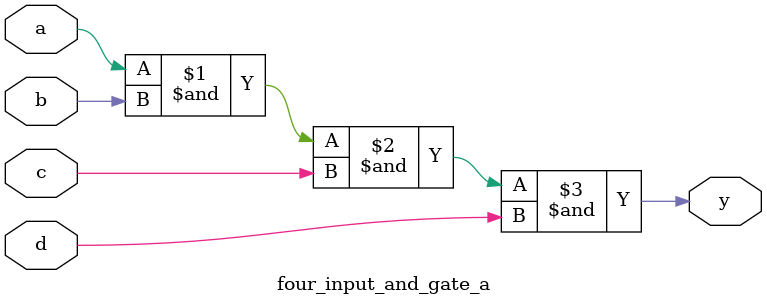
<source format=v>
`timescale 1ns / 1ps


module four_input_and_gate_a(
input a,
input b,
input c,
input d,
output y
    );
    assign y=a&b&c&d;
endmodule

</source>
